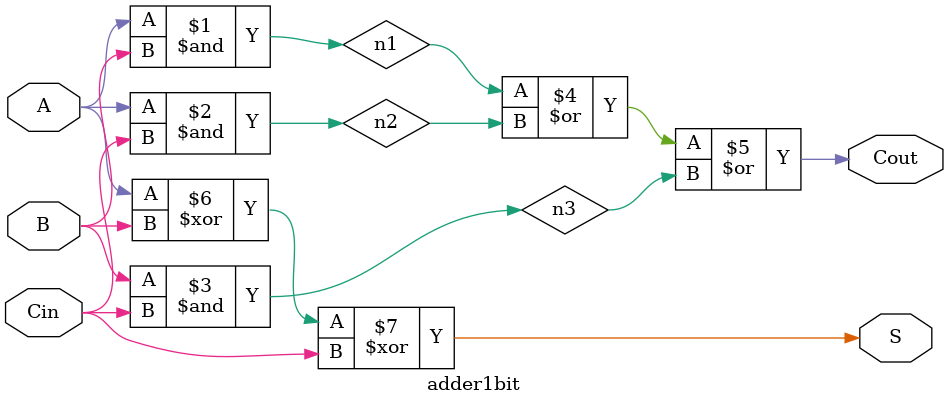
<source format=v>


module adder4bit (A,B,Cin, S, Cout);
	input [3:0]A,B; // inputs for the 4 bit adder
	input Cin;
	output [3:0] S;
	output Cout;
	
	wire C1, C2, C3;
	
	// ripple adder is such that it takes in a Cin and A and B initial but then sends it 
	// a left over which in this case will be fed into each other to give an output
	adder1bit inst1(A[0], B[0], Cin, S[0], C1);
	adder1bit inst2(A[1], B[1], C1, S[1], C2);
	adder1bit inst3(A[2], B[2], C2, S[2], C3);
	adder1bit inst4(A[3], B[3], C3, S[3], Cout);
	
endmodule
	
	
module adder1bit (A,B,Cin, S, Cout);

	input A, B;
	input Cin; // carry in
	output S; // output for select line
	output Cout;
	
	wire n1, n2, n3;
	
	// logic gate representation
	and gate1(n1, A,B);
	and gate2(n2,A,Cin);
	and gate3(n3, B, Cin);
	or gate4(Cout, n1, n2, n3);
	xor gate5(S,A,B,Cin);
	
endmodule
	
	
	
</source>
